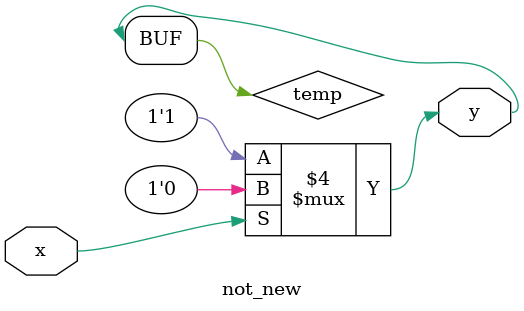
<source format=v>
module not_new (input x, output y);

reg temp;

always @ (x) 
begin
	if (x == 1)
		temp = 0;
	else 
		temp = 1;
		
end

assign y = temp;

endmodule
</source>
